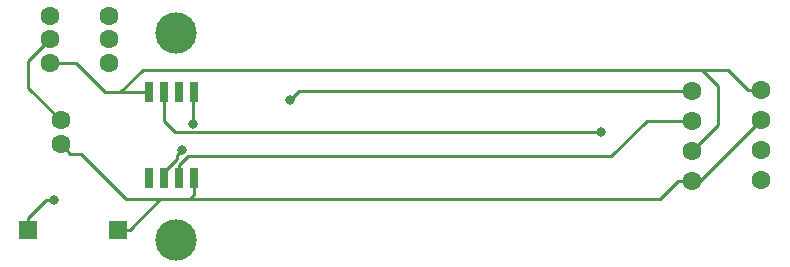
<source format=gbr>
G04 #@! TF.GenerationSoftware,KiCad,Pcbnew,5.0.2+dfsg1-1~bpo9+1*
G04 #@! TF.CreationDate,2020-02-22T15:05:15+00:00*
G04 #@! TF.ProjectId,tiny_powerbank_alyzer,74696e79-5f70-46f7-9765-7262616e6b5f,rev?*
G04 #@! TF.SameCoordinates,Original*
G04 #@! TF.FileFunction,Copper,L1,Top*
G04 #@! TF.FilePolarity,Positive*
%FSLAX46Y46*%
G04 Gerber Fmt 4.6, Leading zero omitted, Abs format (unit mm)*
G04 Created by KiCad (PCBNEW 5.0.2+dfsg1-1~bpo9+1) date Sat 22 Feb 2020 15:05:15 GMT*
%MOMM*%
%LPD*%
G01*
G04 APERTURE LIST*
G04 #@! TA.AperFunction,SMDPad,CuDef*
%ADD10R,1.524000X1.524000*%
G04 #@! TD*
G04 #@! TA.AperFunction,SMDPad,CuDef*
%ADD11R,0.650000X1.700000*%
G04 #@! TD*
G04 #@! TA.AperFunction,ComponentPad*
%ADD12C,1.600000*%
G04 #@! TD*
G04 #@! TA.AperFunction,ComponentPad*
%ADD13C,3.500000*%
G04 #@! TD*
G04 #@! TA.AperFunction,ViaPad*
%ADD14C,0.800000*%
G04 #@! TD*
G04 #@! TA.AperFunction,Conductor*
%ADD15C,0.250000*%
G04 #@! TD*
G04 APERTURE END LIST*
D10*
G04 #@! TO.P,SW1,1*
G04 #@! TO.N,Net-(SW1-Pad1)*
X99047300Y-63601600D03*
G04 #@! TO.P,SW1,2*
G04 #@! TO.N,Net-(SW1-Pad2)*
X106667300Y-63601600D03*
G04 #@! TD*
D11*
G04 #@! TO.P,U3,1*
G04 #@! TO.N,Net-(U3-Pad1)*
X109270800Y-59237900D03*
G04 #@! TO.P,U3,2*
G04 #@! TO.N,Net-(U2-Pad4)*
X110540800Y-59237900D03*
G04 #@! TO.P,U3,3*
G04 #@! TO.N,Net-(U2-Pad3)*
X111810800Y-59237900D03*
G04 #@! TO.P,U3,4*
G04 #@! TO.N,Net-(SW1-Pad2)*
X113080800Y-59237900D03*
G04 #@! TO.P,U3,5*
G04 #@! TO.N,Net-(SW1-Pad1)*
X113080800Y-51937900D03*
G04 #@! TO.P,U3,6*
G04 #@! TO.N,Net-(U3-Pad6)*
X111810800Y-51937900D03*
G04 #@! TO.P,U3,7*
G04 #@! TO.N,Net-(U3-Pad7)*
X110540800Y-51937900D03*
G04 #@! TO.P,U3,8*
G04 #@! TO.N,Net-(SW2-Pad1)*
X109270800Y-51937900D03*
G04 #@! TD*
D12*
G04 #@! TO.P,U1,1*
G04 #@! TO.N,Net-(SW1-Pad2)*
X101815900Y-56337200D03*
G04 #@! TO.P,U1,2*
G04 #@! TO.N,Net-(SW2-Pad2)*
X101815900Y-54305200D03*
G04 #@! TD*
G04 #@! TO.P,U2,1*
G04 #@! TO.N,Net-(SW1-Pad2)*
X155270200Y-59461400D03*
G04 #@! TO.P,U2,2*
G04 #@! TO.N,Net-(SW2-Pad1)*
X155270200Y-56921400D03*
G04 #@! TO.P,U2,3*
G04 #@! TO.N,Net-(U2-Pad3)*
X155270200Y-54381400D03*
G04 #@! TO.P,U2,4*
G04 #@! TO.N,Net-(U2-Pad4)*
X155270200Y-51841400D03*
G04 #@! TD*
G04 #@! TO.P,U4,2*
G04 #@! TO.N,Net-(SW1-Pad2)*
X161163000Y-54274720D03*
G04 #@! TO.P,U4,3*
G04 #@! TO.N,Net-(U4-Pad3)*
X161163000Y-56829960D03*
G04 #@! TO.P,U4,4*
G04 #@! TO.N,Net-(U3-Pad7)*
X161157920Y-59359800D03*
G04 #@! TO.P,U4,1*
G04 #@! TO.N,Net-(SW2-Pad1)*
X161163000Y-51734720D03*
G04 #@! TD*
D13*
G04 #@! TO.P,U5,1*
G04 #@! TO.N,Net-(U5-Pad1)*
X111607600Y-46901100D03*
G04 #@! TD*
G04 #@! TO.P,U6,1*
G04 #@! TO.N,Net-(U6-Pad1)*
X111607600Y-64452500D03*
G04 #@! TD*
D12*
G04 #@! TO.P,SW2,4*
G04 #@! TO.N,N/C*
X105892600Y-49461420D03*
G04 #@! TO.P,SW2,5*
X105892600Y-47459900D03*
G04 #@! TO.P,SW2,6*
X105892600Y-45458380D03*
G04 #@! TO.P,SW2,1*
G04 #@! TO.N,Net-(SW2-Pad1)*
X100888800Y-49461420D03*
G04 #@! TO.P,SW2,2*
G04 #@! TO.N,Net-(SW2-Pad2)*
X100888800Y-47459900D03*
G04 #@! TO.P,SW2,3*
G04 #@! TO.N,Net-(SW2-Pad3)*
X100888800Y-45458380D03*
G04 #@! TD*
D14*
G04 #@! TO.N,Net-(SW1-Pad1)*
X101257100Y-61074300D03*
X113042700Y-54597300D03*
G04 #@! TO.N,Net-(U2-Pad4)*
X121259600Y-52616100D03*
X112073043Y-56850812D03*
G04 #@! TO.N,Net-(U3-Pad7)*
X147572899Y-55322301D03*
G04 #@! TD*
D15*
G04 #@! TO.N,Net-(SW1-Pad1)*
X100562600Y-61074300D02*
X101257100Y-61074300D01*
X99047300Y-62589600D02*
X100562600Y-61074300D01*
X99047300Y-63601600D02*
X99047300Y-62589600D01*
X113042700Y-51976000D02*
X113080800Y-51937900D01*
X113042700Y-54597300D02*
X113042700Y-51976000D01*
G04 #@! TO.N,Net-(SW1-Pad2)*
X102615899Y-57137199D02*
X103517599Y-57137199D01*
X101815900Y-56337200D02*
X102615899Y-57137199D01*
X103517599Y-57137199D02*
X107391200Y-61010800D01*
X113080800Y-60642500D02*
X113080800Y-59237900D01*
X112712500Y-61010800D02*
X113080800Y-60642500D01*
X152589430Y-61010800D02*
X112712500Y-61010800D01*
X154138830Y-59461400D02*
X152589430Y-61010800D01*
X155270200Y-59461400D02*
X154138830Y-59461400D01*
X110270100Y-61010800D02*
X110337600Y-61010800D01*
X107679300Y-63601600D02*
X110270100Y-61010800D01*
X106667300Y-63601600D02*
X107679300Y-63601600D01*
X107391200Y-61010800D02*
X110337600Y-61010800D01*
X110337600Y-61010800D02*
X112712500Y-61010800D01*
X155976320Y-59461400D02*
X155270200Y-59461400D01*
X161163000Y-54274720D02*
X155976320Y-59461400D01*
G04 #@! TO.N,Net-(U2-Pad4)*
X122034300Y-51841400D02*
X121259600Y-52616100D01*
X155270200Y-51841400D02*
X122034300Y-51841400D01*
X110540800Y-58712900D02*
X110540800Y-59237900D01*
X111673044Y-57580656D02*
X110540800Y-58712900D01*
X111673044Y-57250811D02*
X111673044Y-57580656D01*
X112073043Y-56850812D02*
X111673044Y-57250811D01*
G04 #@! TO.N,Net-(U3-Pad7)*
X110540800Y-51937900D02*
X110540800Y-54381400D01*
X111481701Y-55322301D02*
X147572899Y-55322301D01*
X110540800Y-54381400D02*
X111481701Y-55322301D01*
G04 #@! TO.N,Net-(U2-Pad3)*
X111810800Y-58137900D02*
X112570100Y-57378600D01*
X111810800Y-59237900D02*
X111810800Y-58137900D01*
X112570100Y-57378600D02*
X148437600Y-57378600D01*
X151434800Y-54381400D02*
X155270200Y-54381400D01*
X148437600Y-57378600D02*
X151434800Y-54381400D01*
G04 #@! TO.N,Net-(SW2-Pad1)*
X100914200Y-49474120D02*
X103093520Y-49474120D01*
X103093520Y-49474120D02*
X105557300Y-51937900D01*
X155270200Y-56921400D02*
X157505400Y-54686200D01*
X157505400Y-54686200D02*
X157505400Y-51447700D01*
X157505400Y-51447700D02*
X156095700Y-50038000D01*
X108783100Y-50038000D02*
X106883200Y-51937900D01*
X106883200Y-51937900D02*
X109270800Y-51937900D01*
X105557300Y-51937900D02*
X106883200Y-51937900D01*
X158334910Y-50038000D02*
X155943300Y-50038000D01*
X160031630Y-51734720D02*
X158334910Y-50038000D01*
X161163000Y-51734720D02*
X160031630Y-51734720D01*
X156095700Y-50038000D02*
X155943300Y-50038000D01*
X155943300Y-50038000D02*
X108783100Y-50038000D01*
G04 #@! TO.N,Net-(SW2-Pad2)*
X101815900Y-54305200D02*
X99085400Y-51574700D01*
X99085400Y-49301400D02*
X100914200Y-47472600D01*
X99085400Y-51574700D02*
X99085400Y-49301400D01*
G04 #@! TD*
M02*

</source>
